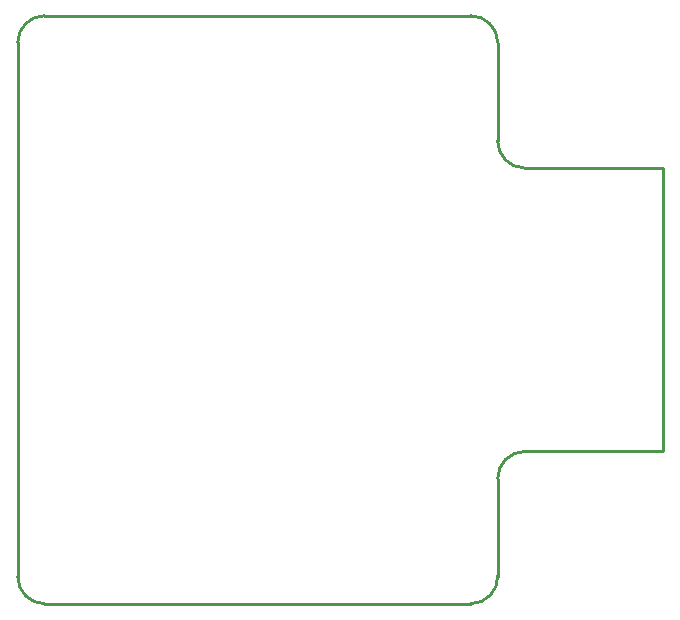
<source format=gko>
G04 Layer: BoardOutline*
G04 EasyEDA v6.4.17, 2021-03-02T09:49:47--3:00*
G04 75982556833f470fbfa1e054b907e15e,59636247558045d2802cba280e4ac9d9,10*
G04 Gerber Generator version 0.2*
G04 Scale: 100 percent, Rotated: No, Reflected: No *
G04 Dimensions in inches *
G04 leading zeros omitted , absolute positions ,3 integer and 6 decimal *
%FSLAX36Y36*%
%MOIN*%

%ADD10C,0.0100*%
D10*
X338000Y202320D02*
G01*
X800000Y202303D01*
X800000Y-742577D01*
X338760Y-742470D01*
X250000Y292369D02*
G01*
X250031Y620000D01*
X250000Y-833364D02*
G01*
X250000Y-1160000D01*
X-1262158Y710000D02*
G01*
X160000Y710000D01*
X-1261196Y-1249993D02*
G01*
X160000Y-1250000D01*
X-1349998Y622238D02*
G01*
X-1350000Y-1160430D01*
G75*
G01*
X160926Y-1250000D02*
G03*
X249957Y-1157065I-926J90000D01*
G75*
G01*
X250031Y620000D02*
G03*
X159500Y710029I-90031J-1D01*
G75*
G01*
X-1350000Y-1160430D02*
G03*
X-1260000Y-1250001I90000J430D01*
G75*
G01*
X-1262158Y710000D02*
G03*
X-1349998Y622238I2158J-90000D01*
G75*
G01*
X250000Y292369D02*
G03*
X338197Y202357I90031J0D01*
G75*
G01*
X340101Y-742577D02*
G03*
X250072Y-833108I1J-90031D01*

%LPD*%
M02*

</source>
